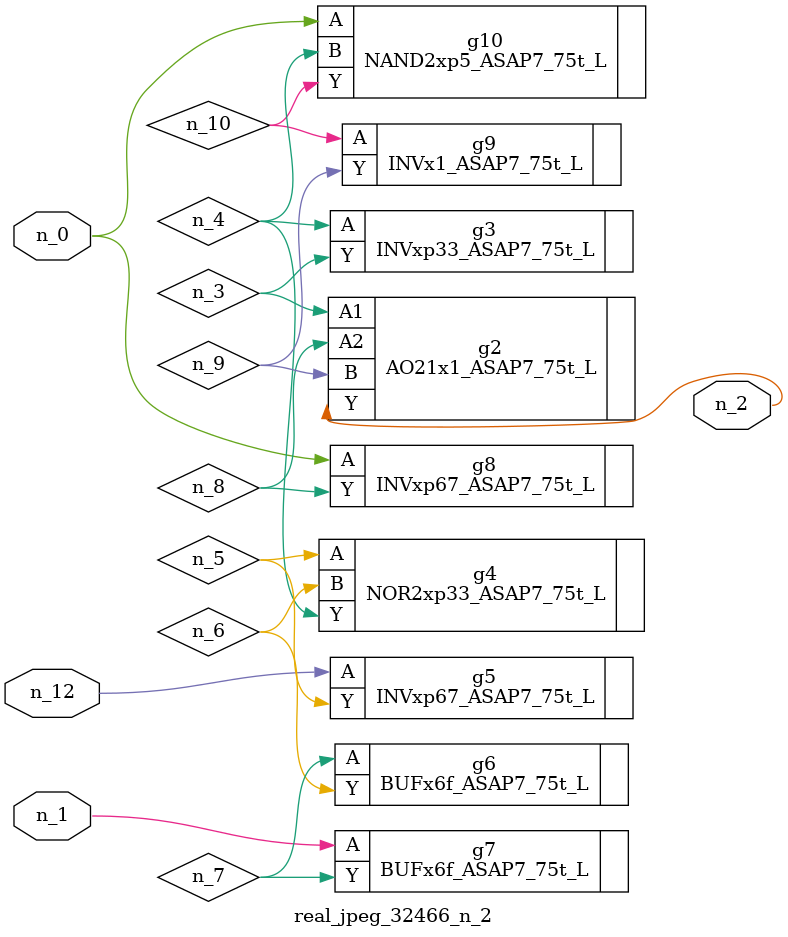
<source format=v>
module real_jpeg_32466_n_2 (n_12, n_1, n_0, n_2);

input n_12;
input n_1;
input n_0;

output n_2;

wire n_5;
wire n_8;
wire n_4;
wire n_6;
wire n_7;
wire n_3;
wire n_10;
wire n_9;

INVxp67_ASAP7_75t_L g8 ( 
.A(n_0),
.Y(n_8)
);

NAND2xp5_ASAP7_75t_L g10 ( 
.A(n_0),
.B(n_4),
.Y(n_10)
);

BUFx6f_ASAP7_75t_L g7 ( 
.A(n_1),
.Y(n_7)
);

AO21x1_ASAP7_75t_L g2 ( 
.A1(n_3),
.A2(n_8),
.B(n_9),
.Y(n_2)
);

INVxp33_ASAP7_75t_L g3 ( 
.A(n_4),
.Y(n_3)
);

NOR2xp33_ASAP7_75t_L g4 ( 
.A(n_5),
.B(n_6),
.Y(n_4)
);

BUFx6f_ASAP7_75t_L g6 ( 
.A(n_7),
.Y(n_6)
);

INVx1_ASAP7_75t_L g9 ( 
.A(n_10),
.Y(n_9)
);

INVxp67_ASAP7_75t_L g5 ( 
.A(n_12),
.Y(n_5)
);


endmodule
</source>
